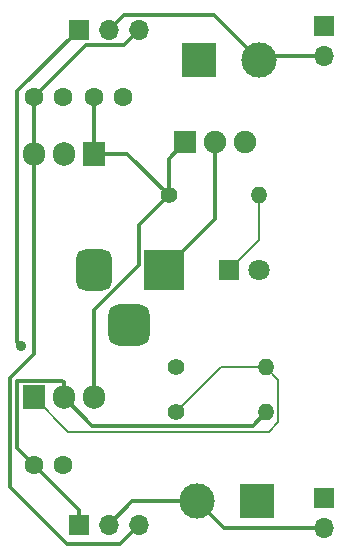
<source format=gtl>
%TF.GenerationSoftware,KiCad,Pcbnew,8.0.4*%
%TF.CreationDate,2024-10-15T16:21:02+03:00*%
%TF.ProjectId,projecsts,70726f6a-6563-4737-9473-2e6b69636164,rev?*%
%TF.SameCoordinates,Original*%
%TF.FileFunction,Copper,L1,Top*%
%TF.FilePolarity,Positive*%
%FSLAX46Y46*%
G04 Gerber Fmt 4.6, Leading zero omitted, Abs format (unit mm)*
G04 Created by KiCad (PCBNEW 8.0.4) date 2024-10-15 16:21:02*
%MOMM*%
%LPD*%
G01*
G04 APERTURE LIST*
G04 Aperture macros list*
%AMRoundRect*
0 Rectangle with rounded corners*
0 $1 Rounding radius*
0 $2 $3 $4 $5 $6 $7 $8 $9 X,Y pos of 4 corners*
0 Add a 4 corners polygon primitive as box body*
4,1,4,$2,$3,$4,$5,$6,$7,$8,$9,$2,$3,0*
0 Add four circle primitives for the rounded corners*
1,1,$1+$1,$2,$3*
1,1,$1+$1,$4,$5*
1,1,$1+$1,$6,$7*
1,1,$1+$1,$8,$9*
0 Add four rect primitives between the rounded corners*
20,1,$1+$1,$2,$3,$4,$5,0*
20,1,$1+$1,$4,$5,$6,$7,0*
20,1,$1+$1,$6,$7,$8,$9,0*
20,1,$1+$1,$8,$9,$2,$3,0*%
G04 Aperture macros list end*
%TA.AperFunction,ComponentPad*%
%ADD10R,3.000000X3.000000*%
%TD*%
%TA.AperFunction,ComponentPad*%
%ADD11C,3.000000*%
%TD*%
%TA.AperFunction,ComponentPad*%
%ADD12R,1.700000X1.700000*%
%TD*%
%TA.AperFunction,ComponentPad*%
%ADD13O,1.700000X1.700000*%
%TD*%
%TA.AperFunction,ComponentPad*%
%ADD14C,1.600000*%
%TD*%
%TA.AperFunction,ComponentPad*%
%ADD15R,3.500000X3.500000*%
%TD*%
%TA.AperFunction,ComponentPad*%
%ADD16RoundRect,0.750000X-0.750000X-1.000000X0.750000X-1.000000X0.750000X1.000000X-0.750000X1.000000X0*%
%TD*%
%TA.AperFunction,ComponentPad*%
%ADD17RoundRect,0.875000X-0.875000X-0.875000X0.875000X-0.875000X0.875000X0.875000X-0.875000X0.875000X0*%
%TD*%
%TA.AperFunction,ComponentPad*%
%ADD18R,1.800000X1.800000*%
%TD*%
%TA.AperFunction,ComponentPad*%
%ADD19C,1.800000*%
%TD*%
%TA.AperFunction,ComponentPad*%
%ADD20C,1.400000*%
%TD*%
%TA.AperFunction,ComponentPad*%
%ADD21O,1.400000X1.400000*%
%TD*%
%TA.AperFunction,ComponentPad*%
%ADD22R,1.905000X2.000000*%
%TD*%
%TA.AperFunction,ComponentPad*%
%ADD23O,1.905000X2.000000*%
%TD*%
%TA.AperFunction,ComponentPad*%
%ADD24R,1.900000X1.900000*%
%TD*%
%TA.AperFunction,ComponentPad*%
%ADD25C,1.900000*%
%TD*%
%TA.AperFunction,ViaPad*%
%ADD26C,0.900000*%
%TD*%
%TA.AperFunction,Conductor*%
%ADD27C,0.350000*%
%TD*%
%TA.AperFunction,Conductor*%
%ADD28C,0.200000*%
%TD*%
G04 APERTURE END LIST*
D10*
%TO.P,J7,1,Pin_1*%
%TO.N,GND*%
X145309346Y-92620007D03*
D11*
%TO.P,J7,2,Pin_2*%
%TO.N,/PWR_output_bot*%
X140229346Y-92620007D03*
%TD*%
D12*
%TO.P,J4,1,Pin_1*%
%TO.N,/3.3V*%
X130175000Y-52705000D03*
D13*
%TO.P,J4,2,Pin_2*%
%TO.N,/PWR_output_top*%
X132715000Y-52705000D03*
%TO.P,J4,3,Pin_3*%
%TO.N,/5V*%
X135255000Y-52705000D03*
%TD*%
D12*
%TO.P,J1,1,Pin_1*%
%TO.N,GND*%
X150989841Y-52415247D03*
D13*
%TO.P,J1,2,Pin_2*%
%TO.N,/PWR_output_top*%
X150989841Y-54955247D03*
%TD*%
D14*
%TO.P,C2,1*%
%TO.N,/5V*%
X126385000Y-58420000D03*
%TO.P,C2,2*%
%TO.N,GND*%
X128885000Y-58420000D03*
%TD*%
D15*
%TO.P,J6,1*%
%TO.N,/PWR_input*%
X137445000Y-73025000D03*
D16*
%TO.P,J6,2*%
%TO.N,GND*%
X131445000Y-73025000D03*
D17*
%TO.P,J6,3*%
X134445000Y-77725000D03*
%TD*%
D14*
%TO.P,C3,1*%
%TO.N,/3.3V*%
X126385000Y-89535000D03*
%TO.P,C3,2*%
%TO.N,GND*%
X128885000Y-89535000D03*
%TD*%
D12*
%TO.P,J3,1,Pin_1*%
%TO.N,GND*%
X150933752Y-92373739D03*
D13*
%TO.P,J3,2,Pin_2*%
%TO.N,/PWR_output_bot*%
X150933752Y-94913739D03*
%TD*%
D18*
%TO.P,D1,1,K*%
%TO.N,Net-(D1-K)*%
X142875000Y-73025000D03*
D19*
%TO.P,D1,2,A*%
%TO.N,GND*%
X145415000Y-73025000D03*
%TD*%
D14*
%TO.P,C1,1*%
%TO.N,/12V*%
X131465000Y-58420000D03*
%TO.P,C1,2*%
%TO.N,GND*%
X133965000Y-58420000D03*
%TD*%
D12*
%TO.P,J2,1,Pin_1*%
%TO.N,/3.3V*%
X130175000Y-94615000D03*
D13*
%TO.P,J2,2,Pin_2*%
%TO.N,/PWR_output_bot*%
X132715000Y-94615000D03*
%TO.P,J2,3,Pin_3*%
%TO.N,/5V*%
X135255000Y-94615000D03*
%TD*%
D20*
%TO.P,R3,1*%
%TO.N,GND*%
X138430000Y-81280000D03*
D21*
%TO.P,R3,2*%
%TO.N,Net-(U2-ADJ)*%
X146050000Y-81280000D03*
%TD*%
D20*
%TO.P,R1,1*%
%TO.N,/12V*%
X137795000Y-66675000D03*
D21*
%TO.P,R1,2*%
%TO.N,Net-(D1-K)*%
X145415000Y-66675000D03*
%TD*%
D20*
%TO.P,R2,1*%
%TO.N,Net-(U2-ADJ)*%
X138430000Y-85090000D03*
D21*
%TO.P,R2,2*%
%TO.N,/3.3V*%
X146050000Y-85090000D03*
%TD*%
D22*
%TO.P,U2,1,ADJ*%
%TO.N,Net-(U2-ADJ)*%
X126365000Y-83820000D03*
D23*
%TO.P,U2,2,VO*%
%TO.N,/3.3V*%
X128905000Y-83820000D03*
%TO.P,U2,3,VI*%
%TO.N,/12V*%
X131445000Y-83820000D03*
%TD*%
D24*
%TO.P,S2,1*%
%TO.N,/12V*%
X139225000Y-62230000D03*
D25*
%TO.P,S2,2*%
%TO.N,/PWR_input*%
X141725000Y-62230000D03*
%TO.P,S2,3*%
%TO.N,unconnected-(S2-Pad3)*%
X144225000Y-62230000D03*
%TD*%
D22*
%TO.P,U1,1,VI*%
%TO.N,/12V*%
X131445000Y-63190000D03*
D23*
%TO.P,U1,2,GND*%
%TO.N,GND*%
X128905000Y-63190000D03*
%TO.P,U1,3,VO*%
%TO.N,/5V*%
X126365000Y-63190000D03*
%TD*%
D10*
%TO.P,J5,1,Pin_1*%
%TO.N,GND*%
X140335000Y-55245000D03*
D11*
%TO.P,J5,2,Pin_2*%
%TO.N,/PWR_output_top*%
X145415000Y-55245000D03*
%TD*%
D26*
%TO.N,/3.3V*%
X125272800Y-79451200D03*
%TD*%
D27*
%TO.N,/PWR_output_top*%
X141600000Y-51430000D02*
X145415000Y-55245000D01*
X132715000Y-52705000D02*
X133990000Y-51430000D01*
X133990000Y-51430000D02*
X141600000Y-51430000D01*
X150989841Y-54955247D02*
X145704753Y-54955247D01*
X145704753Y-54955247D02*
X145415000Y-55245000D01*
%TO.N,/PWR_output_bot*%
X142523078Y-94913739D02*
X140229346Y-92620007D01*
X150933752Y-94913739D02*
X142523078Y-94913739D01*
X134709993Y-92620007D02*
X140229346Y-92620007D01*
X132715000Y-94615000D02*
X134709993Y-92620007D01*
%TO.N,/12V*%
X135270000Y-72611702D02*
X135270000Y-69200000D01*
X131465000Y-58420000D02*
X131465000Y-63170000D01*
X131465000Y-63170000D02*
X131445000Y-63190000D01*
X137795000Y-66675000D02*
X137795000Y-63660000D01*
X131445000Y-76436702D02*
X135270000Y-72611702D01*
X131445000Y-83820000D02*
X131445000Y-76436702D01*
X134310000Y-63190000D02*
X137795000Y-66675000D01*
X135270000Y-69200000D02*
X137795000Y-66675000D01*
X137795000Y-63660000D02*
X139225000Y-62230000D01*
X131445000Y-63190000D02*
X134310000Y-63190000D01*
%TO.N,/5V*%
X126385000Y-58420000D02*
X126385000Y-63170000D01*
X133980000Y-53980000D02*
X130825000Y-53980000D01*
X126385000Y-63170000D02*
X126365000Y-63190000D01*
X130825000Y-53980000D02*
X126385000Y-58420000D01*
X126365000Y-80168972D02*
X124387500Y-82146472D01*
X135255000Y-52705000D02*
X133980000Y-53980000D01*
X129210600Y-96200600D02*
X133669400Y-96200600D01*
X124387500Y-82146472D02*
X124387500Y-91377500D01*
X126365000Y-63190000D02*
X126365000Y-80168972D01*
X124387500Y-91377500D02*
X129210600Y-96200600D01*
X133669400Y-96200600D02*
X135255000Y-94615000D01*
%TO.N,/3.3V*%
X146050000Y-85090000D02*
X144925000Y-86215000D01*
X124987500Y-82395000D02*
X128775400Y-82395000D01*
X124987500Y-79165900D02*
X125272800Y-79451200D01*
X144925000Y-86215000D02*
X131300000Y-86215000D01*
X126385000Y-89535000D02*
X124987500Y-88137500D01*
X130175000Y-93325000D02*
X126385000Y-89535000D01*
X124987500Y-88137500D02*
X124987500Y-82395000D01*
X128905000Y-82524600D02*
X128905000Y-83820000D01*
X124987500Y-57892500D02*
X124987500Y-79165900D01*
X130175000Y-52705000D02*
X124987500Y-57892500D01*
X131300000Y-86215000D02*
X128905000Y-83820000D01*
X128775400Y-82395000D02*
X128905000Y-82524600D01*
X130175000Y-94615000D02*
X130175000Y-93325000D01*
D28*
%TO.N,Net-(D1-K)*%
X145415000Y-70485000D02*
X142875000Y-73025000D01*
X145415000Y-66675000D02*
X145415000Y-70485000D01*
D27*
%TO.N,/PWR_input*%
X141725000Y-68745000D02*
X137445000Y-73025000D01*
X141725000Y-62230000D02*
X141725000Y-68745000D01*
D28*
%TO.N,Net-(U2-ADJ)*%
X129285000Y-86740000D02*
X146279600Y-86740000D01*
X142240000Y-81280000D02*
X138430000Y-85090000D01*
X147100000Y-85919600D02*
X147100000Y-82330000D01*
X147100000Y-82330000D02*
X146050000Y-81280000D01*
X146279600Y-86740000D02*
X147100000Y-85919600D01*
X146050000Y-81280000D02*
X142240000Y-81280000D01*
X126365000Y-83820000D02*
X129285000Y-86740000D01*
D27*
%TO.N,/PWR_output_top*%
X150700088Y-55245000D02*
X150989841Y-54955247D01*
%TD*%
M02*

</source>
